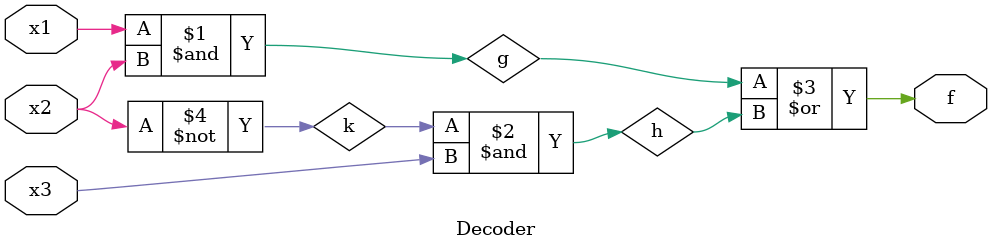
<source format=v>
`timescale 1ns / 1ps
module Decoder(x1, x2, x3, f);

    input x1, x2, x3;
    output f;
    and(g, x1, x2);
    not(k, x2);
    and(h, k, x3);
    or(f,g,h);
endmodule
</source>
